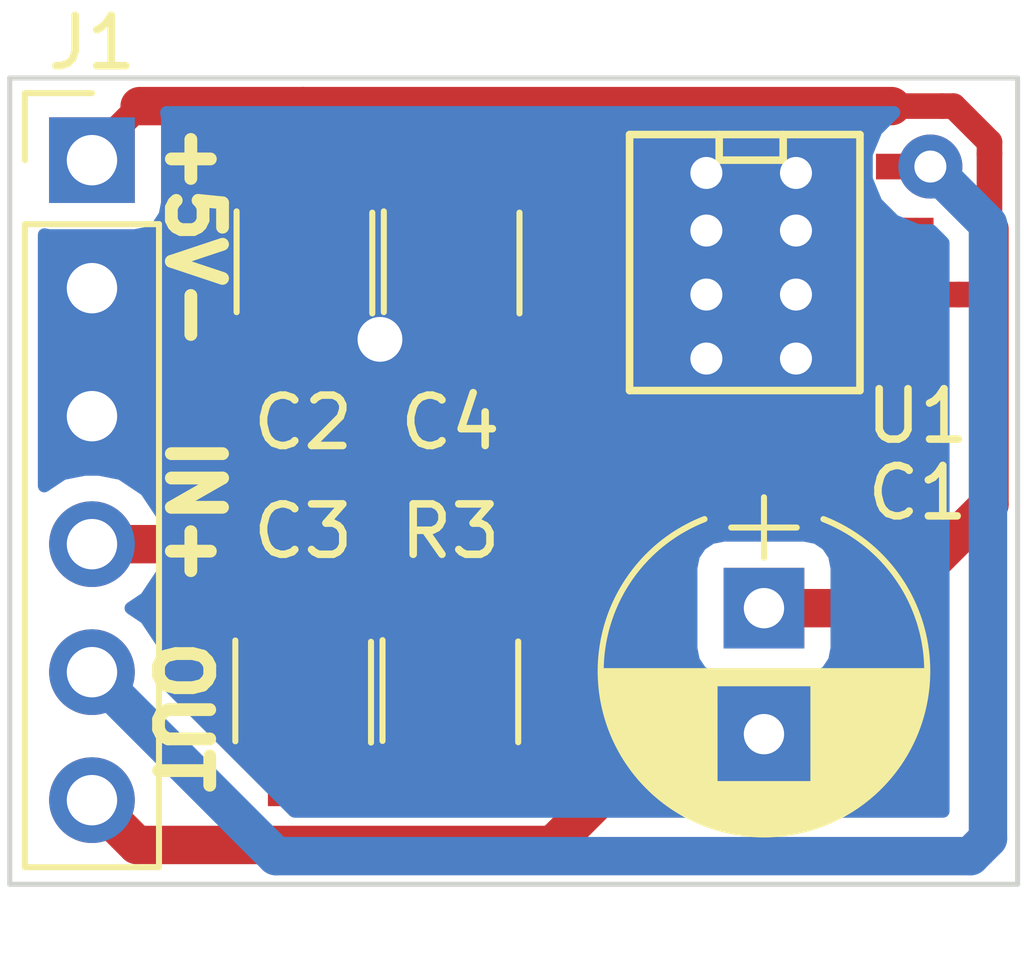
<source format=kicad_pcb>
(kicad_pcb (version 20221018) (generator pcbnew)
  (layers (0 "F.Cu" signal) (31 "B.Cu" signal) (34 "B.Paste" user) (35 "F.Paste" user) (36 "B.SilkS" user "B.Silkscreen") (37 "F.SilkS" user "F.Silkscreen") (38 "B.Mask" user) (39 "F.Mask" user) (44 "Edge.Cuts" user))
  (net 0 "")
  (net 1 "/VCC")
  (net 2 "/GND")
  (net 3 "/VIN")
  (net 4 "Net-(C3-Pad1)")
  (net 5 "Net-(C4-Pad1)")
  (net 6 "Net-(R3-Pad1)")
  (net 7 "/VO1")
  (net 8 "/VO2")
  (footprint "Capacitors_ThroughHole:CP_Radial_D6.3mm_P2.50mm" (layer "F.Cu") (at 116.967 104.521 -90)
    (fp_text reference "C1" (at -2.286 -3.048) (layer "F.SilkS"))
    (fp_text value "470uF")
    (fp_line (start -2.2 0) (end -1 0) (stroke (width 0.12)) (layer "F.SilkS"))
    (fp_line (start -1.6 -0.65) (end -1.6 0.65) (stroke (width 0.12)) (layer "F.SilkS"))
    (fp_line (start 1.25 -3.2) (end 1.25 3.2) (stroke (width 0.12)) (layer "F.SilkS"))
    (fp_line (start 1.29 -3.2) (end 1.29 3.2) (stroke (width 0.12)) (layer "F.SilkS"))
    (fp_line (start 1.33 -3.2) (end 1.33 3.2) (stroke (width 0.12)) (layer "F.SilkS"))
    (fp_line (start 1.37 -3.198) (end 1.37 3.198) (stroke (width 0.12)) (layer "F.SilkS"))
    (fp_line (start 1.41 -3.197) (end 1.41 3.197) (stroke (width 0.12)) (layer "F.SilkS"))
    (fp_line (start 1.45 -3.194) (end 1.45 3.194) (stroke (width 0.12)) (layer "F.SilkS"))
    (fp_line (start 1.49 -3.192) (end 1.49 3.192) (stroke (width 0.12)) (layer "F.SilkS"))
    (fp_line (start 1.53 -3.188) (end 1.53 -0.98) (stroke (width 0.12)) (layer "F.SilkS"))
    (fp_line (start 1.53 0.98) (end 1.53 3.188) (stroke (width 0.12)) (layer "F.SilkS"))
    (fp_line (start 1.57 -3.185) (end 1.57 -0.98) (stroke (width 0.12)) (layer "F.SilkS"))
    (fp_line (start 1.57 0.98) (end 1.57 3.185) (stroke (width 0.12)) (layer "F.SilkS"))
    (fp_line (start 1.61 -3.18) (end 1.61 -0.98) (stroke (width 0.12)) (layer "F.SilkS"))
    (fp_line (start 1.61 0.98) (end 1.61 3.18) (stroke (width 0.12)) (layer "F.SilkS"))
    (fp_line (start 1.65 -3.176) (end 1.65 -0.98) (stroke (width 0.12)) (layer "F.SilkS"))
    (fp_line (start 1.65 0.98) (end 1.65 3.176) (stroke (width 0.12)) (layer "F.SilkS"))
    (fp_line (start 1.69 -3.17) (end 1.69 -0.98) (stroke (width 0.12)) (layer "F.SilkS"))
    (fp_line (start 1.69 0.98) (end 1.69 3.17) (stroke (width 0.12)) (layer "F.SilkS"))
    (fp_line (start 1.73 -3.165) (end 1.73 -0.98) (stroke (width 0.12)) (layer "F.SilkS"))
    (fp_line (start 1.73 0.98) (end 1.73 3.165) (stroke (width 0.12)) (layer "F.SilkS"))
    (fp_line (start 1.77 -3.158) (end 1.77 -0.98) (stroke (width 0.12)) (layer "F.SilkS"))
    (fp_line (start 1.77 0.98) (end 1.77 3.158) (stroke (width 0.12)) (layer "F.SilkS"))
    (fp_line (start 1.81 -3.152) (end 1.81 -0.98) (stroke (width 0.12)) (layer "F.SilkS"))
    (fp_line (start 1.81 0.98) (end 1.81 3.152) (stroke (width 0.12)) (layer "F.SilkS"))
    (fp_line (start 1.85 -3.144) (end 1.85 -0.98) (stroke (width 0.12)) (layer "F.SilkS"))
    (fp_line (start 1.85 0.98) (end 1.85 3.144) (stroke (width 0.12)) (layer "F.SilkS"))
    (fp_line (start 1.89 -3.137) (end 1.89 -0.98) (stroke (width 0.12)) (layer "F.SilkS"))
    (fp_line (start 1.89 0.98) (end 1.89 3.137) (stroke (width 0.12)) (layer "F.SilkS"))
    (fp_line (start 1.93 -3.128) (end 1.93 -0.98) (stroke (width 0.12)) (layer "F.SilkS"))
    (fp_line (start 1.93 0.98) (end 1.93 3.128) (stroke (width 0.12)) (layer "F.SilkS"))
    (fp_line (start 1.971 -3.119) (end 1.971 -0.98) (stroke (width 0.12)) (layer "F.SilkS"))
    (fp_line (start 1.971 0.98) (end 1.971 3.119) (stroke (width 0.12)) (layer "F.SilkS"))
    (fp_line (start 2.011 -3.11) (end 2.011 -0.98) (stroke (width 0.12)) (layer "F.SilkS"))
    (fp_line (start 2.011 0.98) (end 2.011 3.11) (stroke (width 0.12)) (layer "F.SilkS"))
    (fp_line (start 2.051 -3.1) (end 2.051 -0.98) (stroke (width 0.12)) (layer "F.SilkS"))
    (fp_line (start 2.051 0.98) (end 2.051 3.1) (stroke (width 0.12)) (layer "F.SilkS"))
    (fp_line (start 2.091 -3.09) (end 2.091 -0.98) (stroke (width 0.12)) (layer "F.SilkS"))
    (fp_line (start 2.091 0.98) (end 2.091 3.09) (stroke (width 0.12)) (layer "F.SilkS"))
    (fp_line (start 2.131 -3.079) (end 2.131 -0.98) (stroke (width 0.12)) (layer "F.SilkS"))
    (fp_line (start 2.131 0.98) (end 2.131 3.079) (stroke (width 0.12)) (layer "F.SilkS"))
    (fp_line (start 2.171 -3.067) (end 2.171 -0.98) (stroke (width 0.12)) (layer "F.SilkS"))
    (fp_line (start 2.171 0.98) (end 2.171 3.067) (stroke (width 0.12)) (layer "F.SilkS"))
    (fp_line (start 2.211 -3.055) (end 2.211 -0.98) (stroke (width 0.12)) (layer "F.SilkS"))
    (fp_line (start 2.211 0.98) (end 2.211 3.055) (stroke (width 0.12)) (layer "F.SilkS"))
    (fp_line (start 2.251 -3.042) (end 2.251 -0.98) (stroke (width 0.12)) (layer "F.SilkS"))
    (fp_line (start 2.251 0.98) (end 2.251 3.042) (stroke (width 0.12)) (layer "F.SilkS"))
    (fp_line (start 2.291 -3.029) (end 2.291 -0.98) (stroke (width 0.12)) (layer "F.SilkS"))
    (fp_line (start 2.291 0.98) (end 2.291 3.029) (stroke (width 0.12)) (layer "F.SilkS"))
    (fp_line (start 2.331 -3.015) (end 2.331 -0.98) (stroke (width 0.12)) (layer "F.SilkS"))
    (fp_line (start 2.331 0.98) (end 2.331 3.015) (stroke (width 0.12)) (layer "F.SilkS"))
    (fp_line (start 2.371 -3.001) (end 2.371 -0.98) (stroke (width 0.12)) (layer "F.SilkS"))
    (fp_line (start 2.371 0.98) (end 2.371 3.001) (stroke (width 0.12)) (layer "F.SilkS"))
    (fp_line (start 2.411 -2.986) (end 2.411 -0.98) (stroke (width 0.12)) (layer "F.SilkS"))
    (fp_line (start 2.411 0.98) (end 2.411 2.986) (stroke (width 0.12)) (layer "F.SilkS"))
    (fp_line (start 2.451 -2.97) (end 2.451 -0.98) (stroke (width 0.12)) (layer "F.SilkS"))
    (fp_line (start 2.451 0.98) (end 2.451 2.97) (stroke (width 0.12)) (layer "F.SilkS"))
    (fp_line (start 2.491 -2.954) (end 2.491 -0.98) (stroke (width 0.12)) (layer "F.SilkS"))
    (fp_line (start 2.491 0.98) (end 2.491 2.954) (stroke (width 0.12)) (layer "F.SilkS"))
    (fp_line (start 2.531 -2.937) (end 2.531 -0.98) (stroke (width 0.12)) (layer "F.SilkS"))
    (fp_line (start 2.531 0.98) (end 2.531 2.937) (stroke (width 0.12)) (layer "F.SilkS"))
    (fp_line (start 2.571 -2.919) (end 2.571 -0.98) (stroke (width 0.12)) (layer "F.SilkS"))
    (fp_line (start 2.571 0.98) (end 2.571 2.919) (stroke (width 0.12)) (layer "F.SilkS"))
    (fp_line (start 2.611 -2.901) (end 2.611 -0.98) (stroke (width 0.12)) (layer "F.SilkS"))
    (fp_line (start 2.611 0.98) (end 2.611 2.901) (stroke (width 0.12)) (layer "F.SilkS"))
    (fp_line (start 2.651 -2.882) (end 2.651 -0.98) (stroke (width 0.12)) (layer "F.SilkS"))
    (fp_line (start 2.651 0.98) (end 2.651 2.882) (stroke (width 0.12)) (layer "F.SilkS"))
    (fp_line (start 2.691 -2.863) (end 2.691 -0.98) (stroke (width 0.12)) (layer "F.SilkS"))
    (fp_line (start 2.691 0.98) (end 2.691 2.863) (stroke (width 0.12)) (layer "F.SilkS"))
    (fp_line (start 2.731 -2.843) (end 2.731 -0.98) (stroke (width 0.12)) (layer "F.SilkS"))
    (fp_line (start 2.731 0.98) (end 2.731 2.843) (stroke (width 0.12)) (layer "F.SilkS"))
    (fp_line (start 2.771 -2.822) (end 2.771 -0.98) (stroke (width 0.12)) (layer "F.SilkS"))
    (fp_line (start 2.771 0.98) (end 2.771 2.822) (stroke (width 0.12)) (layer "F.SilkS"))
    (fp_line (start 2.811 -2.8) (end 2.811 -0.98) (stroke (width 0.12)) (layer "F.SilkS"))
    (fp_line (start 2.811 0.98) (end 2.811 2.8) (stroke (width 0.12)) (layer "F.SilkS"))
    (fp_line (start 2.851 -2.778) (end 2.851 -0.98) (stroke (width 0.12)) (layer "F.SilkS"))
    (fp_line (start 2.851 0.98) (end 2.851 2.778) (stroke (width 0.12)) (layer "F.SilkS"))
    (fp_line (start 2.891 -2.755) (end 2.891 -0.98) (stroke (width 0.12)) (layer "F.SilkS"))
    (fp_line (start 2.891 0.98) (end 2.891 2.755) (stroke (width 0.12)) (layer "F.SilkS"))
    (fp_line (start 2.931 -2.731) (end 2.931 -0.98) (stroke (width 0.12)) (layer "F.SilkS"))
    (fp_line (start 2.931 0.98) (end 2.931 2.731) (stroke (width 0.12)) (layer "F.SilkS"))
    (fp_line (start 2.971 -2.706) (end 2.971 -0.98) (stroke (width 0.12)) (layer "F.SilkS"))
    (fp_line (start 2.971 0.98) (end 2.971 2.706) (stroke (width 0.12)) (layer "F.SilkS"))
    (fp_line (start 3.011 -2.681) (end 3.011 -0.98) (stroke (width 0.12)) (layer "F.SilkS"))
    (fp_line (start 3.011 0.98) (end 3.011 2.681) (stroke (width 0.12)) (layer "F.SilkS"))
    (fp_line (start 3.051 -2.654) (end 3.051 -0.98) (stroke (width 0.12)) (layer "F.SilkS"))
    (fp_line (start 3.051 0.98) (end 3.051 2.654) (stroke (width 0.12)) (layer "F.SilkS"))
    (fp_line (start 3.091 -2.627) (end 3.091 -0.98) (stroke (width 0.12)) (layer "F.SilkS"))
    (fp_line (start 3.091 0.98) (end 3.091 2.627) (stroke (width 0.12)) (layer "F.SilkS"))
    (fp_line (start 3.131 -2.599) (end 3.131 -0.98) (stroke (width 0.12)) (layer "F.SilkS"))
    (fp_line (start 3.131 0.98) (end 3.131 2.599) (stroke (width 0.12)) (layer "F.SilkS"))
    (fp_line (start 3.171 -2.57) (end 3.171 -0.98) (stroke (width 0.12)) (layer "F.SilkS"))
    (fp_line (start 3.171 0.98) (end 3.171 2.57) (stroke (width 0.12)) (layer "F.SilkS"))
    (fp_line (start 3.211 -2.54) (end 3.211 -0.98) (stroke (width 0.12)) (layer "F.SilkS"))
    (fp_line (start 3.211 0.98) (end 3.211 2.54) (stroke (width 0.12)) (layer "F.SilkS"))
    (fp_line (start 3.251 -2.51) (end 3.251 -0.98) (stroke (width 0.12)) (layer "F.SilkS"))
    (fp_line (start 3.251 0.98) (end 3.251 2.51) (stroke (width 0.12)) (layer "F.SilkS"))
    (fp_line (start 3.291 -2.478) (end 3.291 -0.98) (stroke (width 0.12)) (layer "F.SilkS"))
    (fp_line (start 3.291 0.98) (end 3.291 2.478) (stroke (width 0.12)) (layer "F.SilkS"))
    (fp_line (start 3.331 -2.445) (end 3.331 -0.98) (stroke (width 0.12)) (layer "F.SilkS"))
    (fp_line (start 3.331 0.98) (end 3.331 2.445) (stroke (width 0.12)) (layer "F.SilkS"))
    (fp_line (start 3.371 -2.411) (end 3.371 -0.98) (stroke (width 0.12)) (layer "F.SilkS"))
    (fp_line (start 3.371 0.98) (end 3.371 2.411) (stroke (width 0.12)) (layer "F.SilkS"))
    (fp_line (start 3.411 -2.375) (end 3.411 -0.98) (stroke (width 0.12)) (layer "F.SilkS"))
    (fp_line (start 3.411 0.98) (end 3.411 2.375) (stroke (width 0.12)) (layer "F.SilkS"))
    (fp_line (start 3.451 -2.339) (end 3.451 -0.98) (stroke (width 0.12)) (layer "F.SilkS"))
    (fp_line (start 3.451 0.98) (end 3.451 2.339) (stroke (width 0.12)) (layer "F.SilkS"))
    (fp_line (start 3.491 -2.301) (end 3.491 2.301) (stroke (width 0.12)) (layer "F.SilkS"))
    (fp_line (start 3.531 -2.262) (end 3.531 2.262) (stroke (width 0.12)) (layer "F.SilkS"))
    (fp_line (start 3.571 -2.222) (end 3.571 2.222) (stroke (width 0.12)) (layer "F.SilkS"))
    (fp_line (start 3.611 -2.18) (end 3.611 2.18) (stroke (width 0.12)) (layer "F.SilkS"))
    (fp_line (start 3.651 -2.137) (end 3.651 2.137) (stroke (width 0.12)) (layer "F.SilkS"))
    (fp_line (start 3.691 -2.092) (end 3.691 2.092) (stroke (width 0.12)) (layer "F.SilkS"))
    (fp_line (start 3.731 -2.045) (end 3.731 2.045) (stroke (width 0.12)) (layer "F.SilkS"))
    (fp_line (start 3.771 -1.997) (end 3.771 1.997) (stroke (width 0.12)) (layer "F.SilkS"))
    (fp_line (start 3.811 -1.946) (end 3.811 1.946) (stroke (width 0.12)) (layer "F.SilkS"))
    (fp_line (start 3.851 -1.894) (end 3.851 1.894) (stroke (width 0.12)) (layer "F.SilkS"))
    (fp_line (start 3.891 -1.839) (end 3.891 1.839) (stroke (width 0.12)) (layer "F.SilkS"))
    (fp_line (start 3.931 -1.781) (end 3.931 1.781) (stroke (width 0.12)) (layer "F.SilkS"))
    (fp_line (start 3.971 -1.721) (end 3.971 1.721) (stroke (width 0.12)) (layer "F.SilkS"))
    (fp_line (start 4.011 -1.658) (end 4.011 1.658) (stroke (width 0.12)) (layer "F.SilkS"))
    (fp_line (start 4.051 -1.591) (end 4.051 1.591) (stroke (width 0.12)) (layer "F.SilkS"))
    (fp_line (start 4.091 -1.52) (end 4.091 1.52) (stroke (width 0.12)) (layer "F.SilkS"))
    (fp_line (start 4.131 -1.445) (end 4.131 1.445) (stroke (width 0.12)) (layer "F.SilkS"))
    (fp_line (start 4.171 -1.364) (end 4.171 1.364) (stroke (width 0.12)) (layer "F.SilkS"))
    (fp_line (start 4.211 -1.278) (end 4.211 1.278) (stroke (width 0.12)) (layer "F.SilkS"))
    (fp_line (start 4.251 -1.184) (end 4.251 1.184) (stroke (width 0.12)) (layer "F.SilkS"))
    (fp_line (start 4.291 -1.081) (end 4.291 1.081) (stroke (width 0.12)) (layer "F.SilkS"))
    (fp_line (start 4.331 -0.966) (end 4.331 0.966) (stroke (width 0.12)) (layer "F.SilkS"))
    (fp_line (start 4.371 -0.834) (end 4.371 0.834) (stroke (width 0.12)) (layer "F.SilkS"))
    (fp_line (start 4.411 -0.676) (end 4.411 0.676) (stroke (width 0.12)) (layer "F.SilkS"))
    (fp_line (start 4.451 -0.468) (end 4.451 0.468) (stroke (width 0.12)) (layer "F.SilkS"))
    (fp_arc (start -1.767482 -1.18) (mid 1.250464 -3.24) (end 4.26782 -1.179135) (stroke (width 0.12)) (layer "F.SilkS"))
    (fp_arc (start 4.267482 -1.18) (mid 4.49 -0.000464) (end 4.26782 1.179135) (stroke (width 0.12)) (layer "F.SilkS"))
    (fp_arc (start 4.26782 1.179135) (mid 1.250464 3.239999) (end -1.767482 1.18) (stroke (width 0.12)) (layer "F.SilkS"))
    (pad "1" thru_hole rect (at 0 0 270) (size 1.6 1.6) (drill 0.8) (layers "*.Cu" "*.Mask") (net 1 "/VCC"))
    (pad "2" thru_hole circle (at 2.5 0 270) (size 1.6 1.6) (drill 0.8) (layers "*.Cu" "*.Mask") (net 2 "/GND"))
  )
  (footprint "SoftEggKiCAD:C_1509" (layer "F.Cu") (at 107.9754 106.426 90)
    (fp_text reference "C3" (at 3.429 -0.1524 180) (layer "F.SilkS"))
    (fp_text value "0.39uF")
    (fp_line (start -0.762 1.1938) (end 1.238 1.1938) (stroke (width 0.12)) (layer "F.SilkS"))
    (fp_line (start 1.2634 -1.4986) (end -0.7366 -1.4986) (stroke (width 0.12)) (layer "F.SilkS"))
    (pad "1" smd rect (at -1.524 -0.1524 90) (size 1 1.4) (layers "F.Cu" "F.Paste" "F.Mask") (net 4 "Net-(C3-Pad1)"))
    (pad "2" smd rect (at 2.032 -0.1524 90) (size 1 1.4) (layers "F.Cu" "F.Paste" "F.Mask") (net 3 "/VIN"))
  )
  (footprint "SoftEggKiCAD:C_1509" (layer "F.Cu") (at 110.5916 105.918 -90)
    (fp_text reference "R3" (at -2.921 -0.1524) (layer "F.SilkS"))
    (fp_text value "R")
    (fp_line (start -0.762 1.1938) (end 1.238 1.1938) (stroke (width 0.12)) (layer "F.SilkS"))
    (fp_line (start 1.2634 -1.4986) (end -0.7366 -1.4986) (stroke (width 0.12)) (layer "F.SilkS"))
    (pad "1" smd rect (at -1.524 -0.1524 270) (size 1 1.4) (layers "F.Cu" "F.Paste" "F.Mask") (net 6 "Net-(R3-Pad1)"))
    (pad "2" smd rect (at 2.032 -0.1524 270) (size 1 1.4) (layers "F.Cu" "F.Paste" "F.Mask") (net 4 "Net-(C3-Pad1)"))
  )
  (footprint "SoftEggKiCAD:C_1509" (layer "F.Cu") (at 107.696 97.409 -90)
    (fp_text reference "C2" (at 3.429 -0.127) (layer "F.SilkS"))
    (fp_text value "1uF")
    (fp_line (start -0.762 1.1938) (end 1.238 1.1938) (stroke (width 0.12)) (layer "F.SilkS"))
    (fp_line (start 1.2634 -1.4986) (end -0.7366 -1.4986) (stroke (width 0.12)) (layer "F.SilkS"))
    (pad "1" smd rect (at -1.524 -0.1524 270) (size 1 1.4) (layers "F.Cu" "F.Paste" "F.Mask") (net 1 "/VCC"))
    (pad "2" smd rect (at 2.032 -0.1524 270) (size 1 1.4) (layers "F.Cu" "F.Paste" "F.Mask") (net 2 "/GND"))
  )
  (footprint "Pin_Headers:Pin_Header_Straight_1x06_Pitch2.54mm" (layer "F.Cu") (at 103.632 95.631)
    (fp_text reference "J1" (at 0 -2.33) (layer "F.SilkS"))
    (fp_text value "Conn_01x06")
    (fp_line (start -1.33 -1.33) (end 0 -1.33) (stroke (width 0.12)) (layer "F.SilkS"))
    (fp_line (start -1.33 0) (end -1.33 -1.33) (stroke (width 0.12)) (layer "F.SilkS"))
    (fp_line (start -1.33 1.27) (end -1.33 14.03) (stroke (width 0.12)) (layer "F.SilkS"))
    (fp_line (start -1.33 1.27) (end 1.33 1.27) (stroke (width 0.12)) (layer "F.SilkS"))
    (fp_line (start -1.33 14.03) (end 1.33 14.03) (stroke (width 0.12)) (layer "F.SilkS"))
    (fp_line (start 1.33 1.27) (end 1.33 14.03) (stroke (width 0.12)) (layer "F.SilkS"))
    (pad "1" thru_hole rect (at 0 0) (size 1.7 1.7) (drill 1) (layers "*.Cu" "*.Mask") (net 1 "/VCC"))
    (pad "2" thru_hole oval (at 0 2.54) (size 1.7 1.7) (drill 1) (layers "*.Cu" "*.Mask") (net 2 "/GND"))
    (pad "3" thru_hole oval (at 0 5.08) (size 1.7 1.7) (drill 1) (layers "*.Cu" "*.Mask") (net 2 "/GND"))
    (pad "4" thru_hole oval (at 0 7.62) (size 1.7 1.7) (drill 1) (layers "*.Cu" "*.Mask") (net 3 "/VIN"))
    (pad "5" thru_hole oval (at 0 10.16) (size 1.7 1.7) (drill 1) (layers "*.Cu" "*.Mask") (net 8 "/VO2"))
    (pad "6" thru_hole oval (at 0 12.7) (size 1.7 1.7) (drill 1) (layers "*.Cu" "*.Mask") (net 7 "/VO1"))
  )
  (footprint "SoftEggKiCAD:C_1509" (layer "F.Cu") (at 110.617 97.409 -90)
    (fp_text reference "C4" (at 3.429 -0.127) (layer "F.SilkS"))
    (fp_text value "1uF")
    (fp_line (start -0.762 1.1938) (end 1.238 1.1938) (stroke (width 0.12)) (layer "F.SilkS"))
    (fp_line (start 1.2634 -1.4986) (end -0.7366 -1.4986) (stroke (width 0.12)) (layer "F.SilkS"))
    (pad "1" smd rect (at -1.524 -0.1524 270) (size 1 1.4) (layers "F.Cu" "F.Paste" "F.Mask") (net 5 "Net-(C4-Pad1)"))
    (pad "2" smd rect (at 2.032 -0.1524 270) (size 1 1.4) (layers "F.Cu" "F.Paste" "F.Mask") (net 2 "/GND"))
  )
  (footprint "SMD_Packages:SOIC-8-N" (layer "F.Cu") (at 116.586 97.663 -90)
    (fp_text reference "U1" (at 3.048 -3.429) (layer "F.SilkS"))
    (fp_text value "XPT8871")
    (fp_line (start -2.54 -2.286) (end 2.54 -2.286) (stroke (width 0.15)) (layer "F.SilkS"))
    (fp_line (start -2.54 -0.762) (end -2.032 -0.762) (stroke (width 0.15)) (layer "F.SilkS"))
    (fp_line (start -2.54 2.286) (end -2.54 -2.286) (stroke (width 0.15)) (layer "F.SilkS"))
    (fp_line (start -2.032 -0.762) (end -2.032 0.508) (stroke (width 0.15)) (layer "F.SilkS"))
    (fp_line (start -2.032 0.508) (end -2.54 0.508) (stroke (width 0.15)) (layer "F.SilkS"))
    (fp_line (start 2.54 -2.286) (end 2.54 2.286) (stroke (width 0.15)) (layer "F.SilkS"))
    (fp_line (start 2.54 2.286) (end -2.54 2.286) (stroke (width 0.15)) (layer "F.SilkS"))
    (pad "1" smd rect (at -1.905 3.175 270) (size 0.508 1.143) (layers "F.Cu" "F.Paste" "F.Mask") (net 2 "/GND"))
    (pad "2" smd rect (at -0.635 3.175 270) (size 0.508 1.143) (layers "F.Cu" "F.Paste" "F.Mask") (net 5 "Net-(C4-Pad1)"))
    (pad "3" smd rect (at 0.635 3.175 270) (size 0.508 1.143) (layers "F.Cu" "F.Paste" "F.Mask") (net 2 "/GND"))
    (pad "4" smd rect (at 1.905 3.175 270) (size 0.508 1.143) (layers "F.Cu" "F.Paste" "F.Mask") (net 6 "Net-(R3-Pad1)"))
    (pad "5" smd rect (at 1.905 -3.175 270) (size 0.508 1.143) (layers "F.Cu" "F.Paste" "F.Mask") (net 7 "/VO1"))
    (pad "6" smd rect (at 0.635 -3.175 270) (size 0.508 1.143) (layers "F.Cu" "F.Paste" "F.Mask") (net 1 "/VCC"))
    (pad "7" smd rect (at -0.635 -3.175 270) (size 0.508 1.143) (layers "F.Cu" "F.Paste" "F.Mask") (net 2 "/GND"))
    (pad "8" smd rect (at -1.905 -3.175 270) (size 0.508 1.143) (layers "F.Cu" "F.Paste" "F.Mask") (net 8 "/VO2"))
  )
  (gr_line (start 102 94) (end 122 94) (stroke (width 0.1)) (layer "Edge.Cuts"))
  (gr_line (start 122 110) (end 102 110) (stroke (width 0.1)) (layer "Edge.Cuts"))
  (gr_line (start 122 94) (end 122 110) (stroke (width 0.1)) (layer "Edge.Cuts"))
  (gr_line (start 102 110) (end 102 94) (stroke (width 0.1)) (layer "Edge.Cuts"))
  (gr_text "IN+" (at 105.664 102.616 270) (layer "F.SilkS") (effects (font (size 1.016 1.016) (thickness 0.254))))
  (gr_text "OUT" (at 105.41 106.68 -90) (layer "F.SilkS") (effects (font (size 1.016 1.016) (thickness 0.254))))
  (gr_text "+5V-" (at 105.664 97.155 -90) (layer "F.SilkS") (effects (font (size 1.016 1.016) (thickness 0.254))))
  (segment (start 119.5 94.55801) (end 107.823 94.55801) (width 0.762) (layer "F.Cu") (net 1))
  (segment (start 121.44199 97) (end 121.44199 95.5) (width 0.508) (layer "F.Cu") (net 1))
  (segment (start 120.5 94.55801) (end 119.5 94.55801) (width 0.508) (layer "F.Cu") (net 1))
  (segment (start 121.44199 95.5) (end 121.44199 95.27199) (width 0.508) (layer "F.Cu") (net 1))
  (segment (start 120.72801 94.55801) (end 120.5 94.55801) (width 0.508) (layer "F.Cu") (net 1))
  (segment (start 107.8484 94.877) (end 107.823 94.8516) (width 1.016) (layer "F.Cu") (net 1))
  (segment (start 121.44199 98.32799) (end 121.412 98.298) (width 0.508) (layer "F.Cu") (net 1))
  (segment (start 116.967 104.521) (end 119.38 104.521) (width 0.762) (layer "F.Cu") (net 1))
  (segment (start 103.632 95.504) (end 103.632 95.631) (width 0.508) (layer "F.Cu") (net 1))
  (segment (start 119.761 98.298) (end 120.8405 98.298) (width 0.508) (layer "F.Cu") (net 1))
  (segment (start 120.8405 98.298) (end 121.412 98.298) (width 0.508) (layer "F.Cu") (net 1))
  (segment (start 119.38 104.521) (end 121.44199 102.45901) (width 0.762) (layer "F.Cu") (net 1))
  (segment (start 121.44199 102.45901) (end 121.44199 98.32799) (width 0.762) (layer "F.Cu") (net 1))
  (segment (start 107.823 94.55801) (end 104.57799 94.55801) (width 0.762) (layer "F.Cu") (net 1))
  (segment (start 107.823 94.8516) (end 107.823 94.55801) (width 0.508) (layer "F.Cu") (net 1))
  (segment (start 107.8484 95.885) (end 107.8484 94.877) (width 1.016) (layer "F.Cu") (net 1))
  (segment (start 104.57799 94.55801) (end 103.632 95.504) (width 0.508) (layer "F.Cu") (net 1))
  (segment (start 121.44199 98.26801) (end 121.44199 97) (width 0.762) (layer "F.Cu") (net 1))
  (segment (start 121.412 98.298) (end 121.44199 98.26801) (width 0.508) (layer "F.Cu") (net 1))
  (segment (start 121.44199 95.27199) (end 120.72801 94.55801) (width 0.508) (layer "F.Cu") (net 1))
  (segment (start 113.411 98.298) (end 114.4905 98.298) (width 0.762) (layer "F.Cu") (net 2))
  (segment (start 110.5074 98.171) (end 107.5864 98.171) (width 0.762) (layer "F.Cu") (net 2))
  (segment (start 110.7694 98.433) (end 110.5074 98.171) (width 0.508) (layer "F.Cu") (net 2))
  (segment (start 115.7605 97.028) (end 118.6815 97.028) (width 0.508) (layer "F.Cu") (net 2))
  (segment (start 113.411 98.298) (end 112.3315 98.298) (width 0.762) (layer "F.Cu") (net 2))
  (segment (start 110.7694 99.441) (end 110.7694 98.433) (width 1.27) (layer "F.Cu") (net 2))
  (segment (start 103.632 98.171) (end 107.5864 98.171) (width 0.762) (layer "F.Cu") (net 2))
  (segment (start 112.2045 98.171) (end 110.5074 98.171) (width 0.762) (layer "F.Cu") (net 2))
  (segment (start 118.6815 97.028) (end 119.761 97.028) (width 0.508) (layer "F.Cu") (net 2))
  (segment (start 107.8484 98.433) (end 107.8484 99.441) (width 1.27) (layer "F.Cu") (net 2))
  (segment (start 114.4905 98.298) (end 115.7605 97.028) (width 0.508) (layer "F.Cu") (net 2))
  (segment (start 114.4905 95.758) (end 115.7605 97.028) (width 0.508) (layer "F.Cu") (net 2))
  (segment (start 112.3315 98.298) (end 112.2045 98.171) (width 0.508) (layer "F.Cu") (net 2))
  (segment (start 113.411 95.758) (end 114.4905 95.758) (width 0.508) (layer "F.Cu") (net 2))
  (segment (start 107.5864 98.171) (end 107.8484 98.433) (width 0.508) (layer "F.Cu") (net 2))
  (via (at 115.824 95.885) (size 1.27) (drill 0.635) (layers "F.Cu" "B.Cu") (net 2))
  (via (at 109.347 99.187) (size 1.778) (drill 0.889) (layers "F.Cu" "B.Cu") (net 2))
  (via (at 117.602 97.028) (size 1.27) (drill 0.635) (layers "F.Cu" "B.Cu") (net 2))
  (via (at 117.602 98.298) (size 1.27) (drill 0.635) (layers "F.Cu" "B.Cu") (net 2))
  (via (at 115.824 97.028) (size 1.27) (drill 0.635) (layers "F.Cu" "B.Cu") (net 2))
  (via (at 115.824 98.298) (size 1.27) (drill 0.635) (layers "F.Cu" "B.Cu") (net 2))
  (via (at 117.602 95.885) (size 1.27) (drill 0.635) (layers "F.Cu" "B.Cu") (net 2))
  (via (at 117.602 99.568) (size 1.27) (drill 0.635) (layers "F.Cu" "B.Cu") (net 2))
  (via (at 115.824 99.568) (size 1.27) (drill 0.635) (layers "F.Cu" "B.Cu") (net 2))
  (segment (start 107.823 103.386) (end 107.823 104.394) (width 0.762) (layer "F.Cu") (net 3))
  (segment (start 103.632 103.251) (end 107.688 103.251) (width 0.762) (layer "F.Cu") (net 3))
  (segment (start 107.688 103.251) (end 107.823 103.386) (width 0.762) (layer "F.Cu") (net 3))
  (segment (start 107.823 107.95) (end 110.744 107.95) (width 0.508) (layer "F.Cu") (net 4))
  (segment (start 111.9124 97.028) (end 110.7694 95.885) (width 0.762) (layer "F.Cu") (net 5))
  (segment (start 113.411 97.028) (end 111.9124 97.028) (width 0.762) (layer "F.Cu") (net 5))
  (segment (start 111.952 104.394) (end 112.395 103.951) (width 0.762) (layer "F.Cu") (net 6))
  (segment (start 113.411 99.568) (end 113.157 99.568) (width 0.508) (layer "F.Cu") (net 6))
  (segment (start 112.395 100.33) (end 112.395 103.951) (width 0.762) (layer "F.Cu") (net 6))
  (segment (start 110.744 104.394) (end 111.952 104.394) (width 0.762) (layer "F.Cu") (net 6))
  (segment (start 113.157 99.568) (end 112.395 100.33) (width 0.508) (layer "F.Cu") (net 6))
  (segment (start 118.872 101.219) (end 116.332 101.219) (width 0.762) (layer "F.Cu") (net 7))
  (segment (start 104.521 109.22) (end 103.632 108.331) (width 0.762) (layer "F.Cu") (net 7))
  (segment (start 116.332 101.219) (end 114.808 102.743) (width 0.762) (layer "F.Cu") (net 7))
  (segment (start 119.761 100.33) (end 118.872 101.219) (width 0.762) (layer "F.Cu") (net 7))
  (segment (start 114.808 102.743) (end 114.808 107.188) (width 0.762) (layer "F.Cu") (net 7))
  (segment (start 112.776 109.22) (end 104.521 109.22) (width 0.762) (layer "F.Cu") (net 7))
  (segment (start 119.761 99.568) (end 119.761 100.33) (width 0.508) (layer "F.Cu") (net 7))
  (segment (start 114.808 107.188) (end 112.776 109.22) (width 0.762) (layer "F.Cu") (net 7))
  (via (at 120.269 95.758) (size 1.27) (drill 0.635) (layers "F.Cu" "B.Cu") (net 8))
  (segment (start 121.412 109.093) (end 121.412 96.901) (width 0.762) (layer "B.Cu") (net 8))
  (segment (start 121.412 96.901) (end 120.269 95.758) (width 0.762) (layer "B.Cu") (net 8))
  (segment (start 103.632 105.791) (end 107.28299 109.44199) (width 0.762) (layer "B.Cu") (net 8))
  (segment (start 121.06301 109.44199) (end 121.412 109.093) (width 0.762) (layer "B.Cu") (net 8))
  (segment (start 107.28299 109.44199) (end 121.06301 109.44199) (width 0.762) (layer "B.Cu") (net 8))
  (zone (net 2) (net_name "/GND") (layer "B.Cu") (connect_pads yes (clearance 0.508)) (min_thickness 0.254) (fill yes (thermal_gap 0.508) (thermal_bridge_width 0.508))
    (polygon (pts (xy 102 94) (xy 122 94) (xy 122 110) (xy 102 110)))
  )
)
</source>
